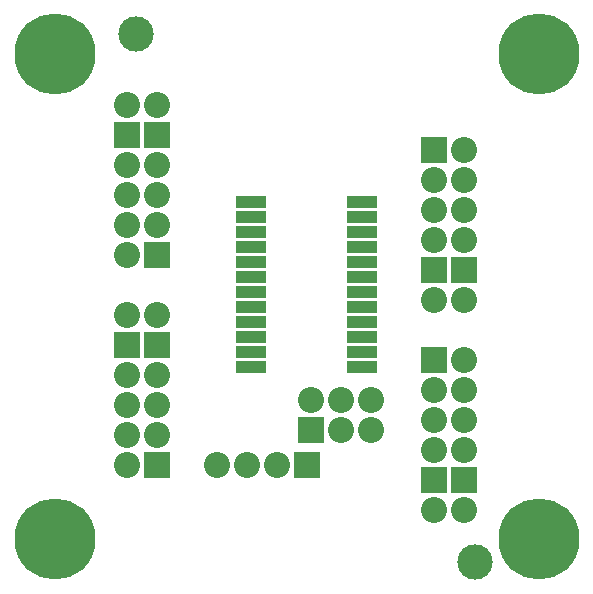
<source format=gbr>
G04 #@! TF.FileFunction,Soldermask,Top*
%FSLAX46Y46*%
G04 Gerber Fmt 4.6, Leading zero omitted, Abs format (unit mm)*
G04 Created by KiCad (PCBNEW (after 2015-mar-04 BZR unknown)-product) date 2/6/2017 10:13:32 AM*
%MOMM*%
G01*
G04 APERTURE LIST*
%ADD10C,0.150000*%
%ADD11C,3.000000*%
%ADD12C,6.858000*%
%ADD13R,2.208000X2.208000*%
%ADD14O,2.208000X2.208000*%
%ADD15R,2.508000X1.108000*%
G04 APERTURE END LIST*
D10*
D11*
X194564000Y-127000000D03*
X165862000Y-82296000D03*
D12*
X159000000Y-84000000D03*
X200000000Y-84000000D03*
X159000000Y-125000000D03*
X200000000Y-125000000D03*
D13*
X180340000Y-118745000D03*
D14*
X177800000Y-118745000D03*
X175260000Y-118745000D03*
X172720000Y-118745000D03*
D13*
X191135000Y-109855000D03*
D14*
X193675000Y-109855000D03*
X191135000Y-112395000D03*
X193675000Y-112395000D03*
X191135000Y-114935000D03*
X193675000Y-114935000D03*
X191135000Y-117475000D03*
X193675000Y-117475000D03*
D13*
X191135000Y-92075000D03*
D14*
X193675000Y-92075000D03*
X191135000Y-94615000D03*
X193675000Y-94615000D03*
X191135000Y-97155000D03*
X193675000Y-97155000D03*
X191135000Y-99695000D03*
X193675000Y-99695000D03*
D13*
X167640000Y-100965000D03*
D14*
X165100000Y-100965000D03*
X167640000Y-98425000D03*
X165100000Y-98425000D03*
X167640000Y-95885000D03*
X165100000Y-95885000D03*
X167640000Y-93345000D03*
X165100000Y-93345000D03*
D13*
X167640000Y-118745000D03*
D14*
X165100000Y-118745000D03*
X167640000Y-116205000D03*
X165100000Y-116205000D03*
X167640000Y-113665000D03*
X165100000Y-113665000D03*
X167640000Y-111125000D03*
X165100000Y-111125000D03*
D13*
X191135000Y-120015000D03*
D14*
X191135000Y-122555000D03*
D13*
X193675000Y-120015000D03*
D14*
X193675000Y-122555000D03*
D13*
X191135000Y-102235000D03*
D14*
X191135000Y-104775000D03*
D13*
X193675000Y-102235000D03*
D14*
X193675000Y-104775000D03*
D13*
X167640000Y-90805000D03*
D14*
X167640000Y-88265000D03*
D13*
X165100000Y-90805000D03*
D14*
X165100000Y-88265000D03*
D13*
X167640000Y-108585000D03*
D14*
X167640000Y-106045000D03*
D13*
X165100000Y-108585000D03*
D14*
X165100000Y-106045000D03*
D15*
X185040000Y-110490000D03*
X185040000Y-109220000D03*
X185040000Y-107950000D03*
X185040000Y-106680000D03*
X185040000Y-105410000D03*
X185040000Y-104140000D03*
X185040000Y-102870000D03*
X185040000Y-101600000D03*
X185040000Y-100330000D03*
X185040000Y-99060000D03*
X185040000Y-97790000D03*
X185040000Y-96520000D03*
X175640000Y-96520000D03*
X175640000Y-97790000D03*
X175640000Y-99060000D03*
X175640000Y-100330000D03*
X175640000Y-101600000D03*
X175640000Y-102870000D03*
X175640000Y-104140000D03*
X175640000Y-105410000D03*
X175640000Y-106680000D03*
X175640000Y-107950000D03*
X175640000Y-109220000D03*
X175640000Y-110490000D03*
D13*
X180721000Y-115824000D03*
D14*
X180721000Y-113284000D03*
X183261000Y-115824000D03*
X183261000Y-113284000D03*
X185801000Y-115824000D03*
X185801000Y-113284000D03*
M02*

</source>
